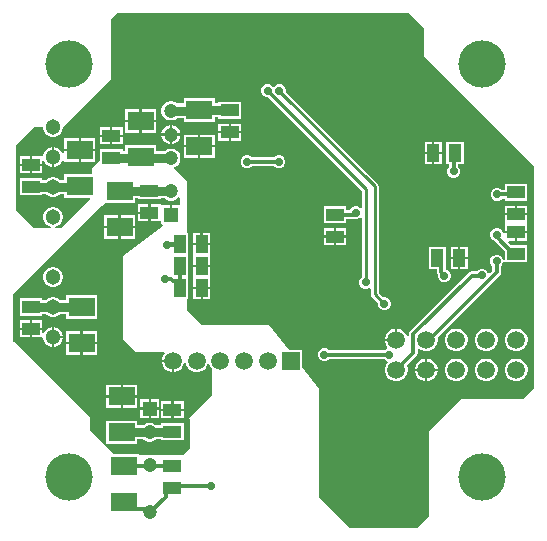
<source format=gbl>
G04*
G04 #@! TF.GenerationSoftware,Altium Limited,Altium Designer,23.11.1 (41)*
G04*
G04 Layer_Physical_Order=2*
G04 Layer_Color=16711680*
%FSLAX43Y43*%
%MOMM*%
G71*
G04*
G04 #@! TF.SameCoordinates,D39783C5-6E33-4812-9A3B-6E021FC33A11*
G04*
G04*
G04 #@! TF.FilePolarity,Positive*
G04*
G01*
G75*
%ADD12C,0.250*%
%ADD34R,1.050X1.500*%
%ADD35R,1.500X1.050*%
%ADD45C,0.350*%
%ADD46C,0.381*%
%ADD47C,0.800*%
%ADD48R,1.200X1.200*%
%ADD49C,1.200*%
%ADD50C,1.303*%
%ADD51C,1.500*%
%ADD52R,1.500X1.500*%
%ADD53C,4.000*%
%ADD54C,0.700*%
%ADD55R,2.250X1.600*%
G36*
X35075Y43025D02*
Y40625D01*
X44375Y31325D01*
X44375Y12575D01*
X43400Y11600D01*
X38150D01*
X35475Y8925D01*
Y1700D01*
X34450Y675D01*
X28750D01*
X26200Y3225D01*
Y12490D01*
X24750Y14317D01*
Y15792D01*
X23579D01*
X21925Y17875D01*
X16250D01*
X15025Y19025D01*
Y20050D01*
X15105D01*
Y21925D01*
Y23825D01*
X15100D01*
Y25700D01*
X15025D01*
Y25875D01*
Y29975D01*
X13875Y31125D01*
X13908Y31248D01*
X13934Y31255D01*
X14116Y31360D01*
X14265Y31509D01*
X14370Y31691D01*
X14425Y31895D01*
Y32105D01*
X14370Y32309D01*
X14265Y32491D01*
X14116Y32640D01*
X13934Y32745D01*
X13730Y32800D01*
X13520D01*
X13316Y32745D01*
X13134Y32640D01*
X13130Y32637D01*
X12375D01*
Y33075D01*
X9725D01*
Y32637D01*
X9525D01*
Y32775D01*
X7625D01*
Y31825D01*
X6950Y31150D01*
Y30625D01*
X4575D01*
Y30172D01*
X4237D01*
X4168Y30241D01*
X3974Y30353D01*
X3757Y30412D01*
X3533D01*
X3316Y30353D01*
X3122Y30241D01*
X3053Y30172D01*
X2725D01*
Y30300D01*
X825D01*
Y28850D01*
X2725D01*
Y28948D01*
X3053D01*
X3122Y28879D01*
X3316Y28767D01*
X3533Y28708D01*
X3757D01*
X3974Y28767D01*
X4168Y28879D01*
X4237Y28948D01*
X4575D01*
Y28625D01*
X6734D01*
X6783Y28508D01*
X4325Y26050D01*
X3806D01*
X3789Y26177D01*
X3974Y26227D01*
X4168Y26339D01*
X4326Y26497D01*
X4438Y26691D01*
X4497Y26908D01*
Y27132D01*
X4438Y27349D01*
X4326Y27543D01*
X4168Y27701D01*
X3974Y27813D01*
X3757Y27872D01*
X3533D01*
X3316Y27813D01*
X3122Y27701D01*
X2964Y27543D01*
X2852Y27349D01*
X2793Y27132D01*
Y26908D01*
X2852Y26691D01*
X2964Y26497D01*
X3122Y26339D01*
X3316Y26227D01*
X3501Y26177D01*
X3484Y26050D01*
X2000D01*
X500Y27550D01*
Y33125D01*
X2015Y34640D01*
X2793D01*
Y34528D01*
X2852Y34311D01*
X2964Y34117D01*
X3122Y33959D01*
X3316Y33847D01*
X3533Y33789D01*
X3757D01*
X3974Y33847D01*
X4168Y33959D01*
X4326Y34117D01*
X4438Y34311D01*
X4497Y34528D01*
Y34646D01*
X8575Y38725D01*
Y43775D01*
X9125Y44325D01*
X33775D01*
X35075Y43025D01*
D02*
G37*
G36*
X14350Y28614D02*
Y28000D01*
X13725D01*
Y27200D01*
X13525D01*
Y28000D01*
X12877D01*
X12825Y28000D01*
X12750Y28096D01*
Y28100D01*
X11900D01*
Y27375D01*
Y26650D01*
X12698D01*
X12750Y26650D01*
X12825Y26554D01*
Y26400D01*
X12895D01*
X12935Y26280D01*
X9575Y23750D01*
Y16725D01*
X10700Y15600D01*
X13049D01*
X13097Y15483D01*
X13040Y15425D01*
X12915Y15208D01*
X12850Y14967D01*
Y14942D01*
X13800D01*
Y14842D01*
X13900D01*
Y13892D01*
X13925D01*
X14167Y13956D01*
X14383Y14082D01*
X14560Y14258D01*
X14685Y14475D01*
X14734Y14658D01*
X14866D01*
X14915Y14475D01*
X15040Y14258D01*
X15217Y14082D01*
X15433Y13956D01*
X15675Y13892D01*
X15925D01*
X16167Y13956D01*
X16383Y14082D01*
X16560Y14258D01*
X16685Y14475D01*
X16703Y14541D01*
X16826Y14574D01*
X16911Y14489D01*
X16915Y14475D01*
X17040Y14258D01*
X17075Y14223D01*
Y11875D01*
X15175Y9975D01*
X15225Y9925D01*
Y7425D01*
X14650Y6850D01*
X10950D01*
Y6950D01*
X8750D01*
X6750Y8950D01*
Y10050D01*
X255Y16545D01*
Y20455D01*
X7762Y27962D01*
X8000Y28200D01*
X10600D01*
Y28588D01*
X10850D01*
Y28500D01*
X12750D01*
Y28588D01*
X13105D01*
X13134Y28560D01*
X13316Y28455D01*
X13520Y28400D01*
X13730D01*
X13934Y28455D01*
X14116Y28560D01*
X14260Y28704D01*
X14350Y28614D01*
D02*
G37*
%LPC*%
G36*
X22909Y38250D02*
X22691D01*
X22488Y38166D01*
X22383Y38061D01*
X22300Y38026D01*
X22217Y38061D01*
X22112Y38166D01*
X21909Y38250D01*
X21691D01*
X21488Y38166D01*
X21334Y38012D01*
X21250Y37809D01*
Y37591D01*
X21334Y37388D01*
X21488Y37234D01*
X21691Y37150D01*
X21881D01*
X29794Y29238D01*
Y27803D01*
X29667Y27750D01*
X29587Y27830D01*
X29384Y27914D01*
X29166D01*
X28963Y27830D01*
X28809Y27675D01*
X28770Y27582D01*
X28475D01*
Y27925D01*
X26575D01*
Y26475D01*
X28475D01*
Y26818D01*
X29016D01*
X29111Y26836D01*
X29166Y26814D01*
X29384D01*
X29587Y26898D01*
X29667Y26978D01*
X29794Y26925D01*
Y21921D01*
X29659Y21787D01*
X29575Y21584D01*
Y21366D01*
X29659Y21163D01*
X29813Y21009D01*
X30016Y20925D01*
X30234D01*
X30417Y21000D01*
X30544Y20950D01*
Y20455D01*
X30569Y20328D01*
X30641Y20221D01*
X31130Y19731D01*
Y19541D01*
X31214Y19338D01*
X31368Y19184D01*
X31571Y19100D01*
X31789D01*
X31992Y19184D01*
X32146Y19338D01*
X32230Y19541D01*
Y19759D01*
X32146Y19962D01*
X31992Y20116D01*
X31789Y20200D01*
X31599D01*
X31206Y20592D01*
Y29625D01*
X31181Y29752D01*
X31109Y29859D01*
X23350Y37619D01*
Y37809D01*
X23266Y38012D01*
X23112Y38166D01*
X22909Y38250D01*
D02*
G37*
G36*
X17350Y37050D02*
X14700D01*
Y36637D01*
X14120D01*
X14116Y36640D01*
X13934Y36745D01*
X13730Y36800D01*
X13520D01*
X13316Y36745D01*
X13134Y36640D01*
X12985Y36491D01*
X12880Y36309D01*
X12825Y36105D01*
Y35895D01*
X12880Y35691D01*
X12985Y35509D01*
X13134Y35360D01*
X13316Y35255D01*
X13520Y35200D01*
X13730D01*
X13934Y35255D01*
X14116Y35360D01*
X14170Y35413D01*
X14700D01*
Y35050D01*
X17350D01*
Y35448D01*
X17650D01*
Y35325D01*
X19550D01*
Y36775D01*
X17650D01*
Y36671D01*
X17350D01*
Y37050D01*
D02*
G37*
G36*
X12375Y36125D02*
X11150D01*
Y35225D01*
X12375D01*
Y36125D01*
D02*
G37*
G36*
X10950D02*
X9725D01*
Y35225D01*
X10950D01*
Y36125D01*
D02*
G37*
G36*
X19550Y34925D02*
X18700D01*
Y34300D01*
X19550D01*
Y34925D01*
D02*
G37*
G36*
X18500D02*
X17650D01*
Y34300D01*
X18500D01*
Y34925D01*
D02*
G37*
G36*
X12375Y35025D02*
X11150D01*
Y34125D01*
X12375D01*
Y35025D01*
D02*
G37*
G36*
X10950D02*
X9725D01*
Y34125D01*
X10950D01*
Y35025D01*
D02*
G37*
G36*
X13730Y34800D02*
X13725D01*
Y34100D01*
X14425D01*
Y34105D01*
X14370Y34309D01*
X14265Y34491D01*
X14116Y34640D01*
X13934Y34745D01*
X13730Y34800D01*
D02*
G37*
G36*
X13525D02*
X13520D01*
X13316Y34745D01*
X13134Y34640D01*
X12985Y34491D01*
X12880Y34309D01*
X12825Y34105D01*
Y34100D01*
X13525D01*
Y34800D01*
D02*
G37*
G36*
X9525Y34625D02*
X8675D01*
Y34000D01*
X9525D01*
Y34625D01*
D02*
G37*
G36*
X8475D02*
X7625D01*
Y34000D01*
X8475D01*
Y34625D01*
D02*
G37*
G36*
X19550Y34100D02*
X18700D01*
Y33475D01*
X19550D01*
Y34100D01*
D02*
G37*
G36*
X18500D02*
X17650D01*
Y33475D01*
X18500D01*
Y34100D01*
D02*
G37*
G36*
X14425Y33900D02*
X13725D01*
Y33200D01*
X13730D01*
X13934Y33255D01*
X14116Y33360D01*
X14265Y33509D01*
X14370Y33691D01*
X14425Y33895D01*
Y33900D01*
D02*
G37*
G36*
X13525D02*
X12825D01*
Y33895D01*
X12880Y33691D01*
X12985Y33509D01*
X13134Y33360D01*
X13316Y33255D01*
X13520Y33200D01*
X13525D01*
Y33900D01*
D02*
G37*
G36*
X9525Y33800D02*
X8675D01*
Y33175D01*
X9525D01*
Y33800D01*
D02*
G37*
G36*
X8475D02*
X7625D01*
Y33175D01*
X8475D01*
Y33800D01*
D02*
G37*
G36*
X17350Y34000D02*
X16125D01*
Y33100D01*
X17350D01*
Y34000D01*
D02*
G37*
G36*
X15925D02*
X14700D01*
Y33100D01*
X15925D01*
Y34000D01*
D02*
G37*
G36*
X7225Y33675D02*
X6000D01*
Y32775D01*
X7225D01*
Y33675D01*
D02*
G37*
G36*
X5800D02*
X4575D01*
Y32775D01*
X5800D01*
Y33675D01*
D02*
G37*
G36*
X36550Y33375D02*
X35925D01*
Y32525D01*
X36550D01*
Y33375D01*
D02*
G37*
G36*
X35725D02*
X35100D01*
Y32525D01*
X35725D01*
Y33375D01*
D02*
G37*
G36*
X22876Y32225D02*
X22657D01*
X22455Y32141D01*
X22371Y32057D01*
X20470D01*
X20387Y32141D01*
X20184Y32225D01*
X19966D01*
X19763Y32141D01*
X19609Y31987D01*
X19525Y31784D01*
Y31566D01*
X19609Y31363D01*
X19763Y31209D01*
X19966Y31125D01*
X20184D01*
X20387Y31209D01*
X20470Y31293D01*
X22371D01*
X22455Y31209D01*
X22657Y31125D01*
X22876D01*
X23078Y31209D01*
X23233Y31363D01*
X23316Y31566D01*
Y31784D01*
X23233Y31987D01*
X23078Y32141D01*
X22876Y32225D01*
D02*
G37*
G36*
X17350Y32900D02*
X16125D01*
Y32000D01*
X17350D01*
Y32900D01*
D02*
G37*
G36*
X15925D02*
X14700D01*
Y32000D01*
X15925D01*
Y32900D01*
D02*
G37*
G36*
X7225Y32575D02*
X6000D01*
Y31675D01*
X7225D01*
Y32575D01*
D02*
G37*
G36*
X3757Y32951D02*
X3745D01*
Y32100D01*
Y31249D01*
X3757D01*
X3974Y31307D01*
X4168Y31419D01*
X4326Y31577D01*
X4438Y31771D01*
X4448Y31807D01*
X4575Y31790D01*
Y31675D01*
X5800D01*
Y32575D01*
X4575D01*
Y32410D01*
X4448Y32393D01*
X4438Y32429D01*
X4326Y32623D01*
X4168Y32781D01*
X3974Y32893D01*
X3757Y32951D01*
D02*
G37*
G36*
X1675Y32150D02*
X825D01*
Y31525D01*
X1675D01*
Y32150D01*
D02*
G37*
G36*
X36550Y32325D02*
X35925D01*
Y31475D01*
X36550D01*
Y32325D01*
D02*
G37*
G36*
X35725D02*
X35100D01*
Y31475D01*
X35725D01*
Y32325D01*
D02*
G37*
G36*
X3545Y32951D02*
X3533D01*
X3316Y32893D01*
X3122Y32781D01*
X2964Y32623D01*
X2852Y32429D01*
X2802Y32245D01*
X2760Y32193D01*
X2683Y32150D01*
X2667D01*
X1875D01*
Y31525D01*
X2725D01*
Y31753D01*
X2852Y31771D01*
X2964Y31577D01*
X3122Y31419D01*
X3316Y31307D01*
X3533Y31249D01*
X3545D01*
Y32100D01*
Y32951D01*
D02*
G37*
G36*
X2725Y31325D02*
X1875D01*
Y30700D01*
X2725D01*
Y31325D01*
D02*
G37*
G36*
X1675D02*
X825D01*
Y30700D01*
X1675D01*
Y31325D01*
D02*
G37*
G36*
X38400Y33375D02*
X36950D01*
Y31475D01*
X37168D01*
Y31270D01*
X37084Y31187D01*
X37000Y30984D01*
Y30766D01*
X37084Y30563D01*
X37238Y30409D01*
X37441Y30325D01*
X37659D01*
X37862Y30409D01*
X38016Y30563D01*
X38100Y30766D01*
Y30984D01*
X38016Y31187D01*
X37932Y31270D01*
Y31475D01*
X38400D01*
Y33375D01*
D02*
G37*
G36*
X43800Y29825D02*
X41900D01*
Y29307D01*
X41630D01*
X41546Y29391D01*
X41344Y29475D01*
X41125D01*
X40923Y29391D01*
X40768Y29237D01*
X40684Y29034D01*
Y28816D01*
X40768Y28613D01*
X40923Y28459D01*
X41125Y28375D01*
X41344D01*
X41546Y28459D01*
X41630Y28543D01*
X41900D01*
Y28375D01*
X43800D01*
Y29825D01*
D02*
G37*
G36*
Y27975D02*
X42950D01*
Y27350D01*
X43800D01*
Y27975D01*
D02*
G37*
G36*
X42750D02*
X41900D01*
Y27350D01*
X42750D01*
Y27975D01*
D02*
G37*
G36*
X43800Y27150D02*
X42850D01*
X41900D01*
Y26602D01*
X41900Y26525D01*
X41900Y26398D01*
Y25850D01*
X42850D01*
X43800D01*
Y26398D01*
X43800Y26475D01*
X43800Y26602D01*
Y27150D01*
D02*
G37*
G36*
X28475Y26075D02*
X27625D01*
Y25450D01*
X28475D01*
Y26075D01*
D02*
G37*
G36*
X27425D02*
X26575D01*
Y25450D01*
X27425D01*
Y26075D01*
D02*
G37*
G36*
X43800Y25650D02*
X42950D01*
Y25025D01*
X43800D01*
Y25650D01*
D02*
G37*
G36*
X16950Y25700D02*
X16325D01*
Y24850D01*
X16950D01*
Y25700D01*
D02*
G37*
G36*
X16125D02*
X15500D01*
Y24850D01*
X16125D01*
Y25700D01*
D02*
G37*
G36*
X28475Y25250D02*
X27625D01*
Y24625D01*
X28475D01*
Y25250D01*
D02*
G37*
G36*
X27425D02*
X26575D01*
Y24625D01*
X27425D01*
Y25250D01*
D02*
G37*
G36*
X38750Y24500D02*
X38125D01*
Y23650D01*
X38750D01*
Y24500D01*
D02*
G37*
G36*
X37925D02*
X37300D01*
Y23650D01*
X37925D01*
Y24500D01*
D02*
G37*
G36*
X41334Y26075D02*
X41116D01*
X40913Y25991D01*
X40759Y25837D01*
X40675Y25634D01*
Y25416D01*
X40759Y25213D01*
X40913Y25059D01*
X40974Y25034D01*
X41022Y24963D01*
X41900Y24084D01*
Y23389D01*
X41775Y23384D01*
X41691Y23587D01*
X41537Y23741D01*
X41334Y23825D01*
X41116D01*
X40913Y23741D01*
X40759Y23587D01*
X40675Y23384D01*
Y23166D01*
X40759Y22963D01*
X40843Y22880D01*
Y22483D01*
X40610Y22250D01*
X40460Y22280D01*
X40416Y22387D01*
X40262Y22541D01*
X40059Y22625D01*
X39841D01*
X39638Y22541D01*
X39516Y22418D01*
X39075D01*
X38929Y22389D01*
X38805Y22306D01*
X33850Y17351D01*
X33767Y17227D01*
X33738Y17081D01*
Y16922D01*
X33611Y16906D01*
X33590Y16982D01*
X33465Y17198D01*
X33288Y17375D01*
X33072Y17500D01*
X32830Y17565D01*
X32805D01*
Y16615D01*
X32705D01*
Y16515D01*
X31755D01*
Y16490D01*
X31820Y16248D01*
X31945Y16032D01*
X31914Y15883D01*
X31792Y15833D01*
X31708Y15749D01*
X27003D01*
X26919Y15833D01*
X26717Y15917D01*
X26498D01*
X26296Y15833D01*
X26141Y15678D01*
X26058Y15476D01*
Y15257D01*
X26141Y15055D01*
X26296Y14900D01*
X26498Y14817D01*
X26717D01*
X26919Y14900D01*
X27003Y14984D01*
X31708D01*
X31792Y14900D01*
X31944Y14837D01*
X31986Y14699D01*
X31945Y14658D01*
X31820Y14442D01*
X31755Y14200D01*
Y13950D01*
X31820Y13708D01*
X31945Y13492D01*
X32122Y13315D01*
X32338Y13190D01*
X32580Y13125D01*
X32830D01*
X33072Y13190D01*
X33288Y13315D01*
X33465Y13492D01*
X33590Y13708D01*
X33655Y13950D01*
Y14200D01*
X33595Y14424D01*
X34390Y15220D01*
X34473Y15344D01*
X34502Y15490D01*
Y15848D01*
X34620Y15897D01*
X34662Y15855D01*
X34878Y15730D01*
X35120Y15665D01*
X35370D01*
X35612Y15730D01*
X35828Y15855D01*
X36005Y16032D01*
X36130Y16248D01*
X36195Y16490D01*
Y16740D01*
X36192Y16751D01*
X41495Y22054D01*
X41578Y22178D01*
X41607Y22325D01*
Y22880D01*
X41691Y22963D01*
X41775Y23166D01*
Y23170D01*
X41900Y23175D01*
X41902Y23175D01*
X43800D01*
Y24625D01*
X42441D01*
X42158Y24908D01*
X42207Y25025D01*
X42750D01*
Y25650D01*
X41900D01*
Y25639D01*
X41775Y25634D01*
X41691Y25837D01*
X41537Y25991D01*
X41334Y26075D01*
D02*
G37*
G36*
X16950Y24650D02*
X16225D01*
X15500D01*
Y23800D01*
X15505D01*
Y22975D01*
X16230D01*
X16955D01*
Y23825D01*
X16950D01*
Y24650D01*
D02*
G37*
G36*
X38750Y23450D02*
X38125D01*
Y22600D01*
X38750D01*
Y23450D01*
D02*
G37*
G36*
X37925D02*
X37300D01*
Y22600D01*
X37925D01*
Y23450D01*
D02*
G37*
G36*
X36900Y24500D02*
X35450D01*
Y22600D01*
X36143D01*
Y22356D01*
X36172Y22209D01*
X36206Y22159D01*
X36200Y22145D01*
Y21927D01*
X36284Y21724D01*
X36438Y21570D01*
X36641Y21486D01*
X36859D01*
X37062Y21570D01*
X37216Y21724D01*
X37300Y21927D01*
Y22145D01*
X37216Y22348D01*
X37062Y22502D01*
X36907Y22566D01*
Y23200D01*
X36900Y23237D01*
Y24500D01*
D02*
G37*
G36*
X16955Y22775D02*
X16230D01*
X15505D01*
Y21925D01*
Y21100D01*
X16230D01*
X16955D01*
Y21925D01*
Y22775D01*
D02*
G37*
G36*
Y20900D02*
X16330D01*
Y20050D01*
X16955D01*
Y20900D01*
D02*
G37*
G36*
X16130D02*
X15505D01*
Y20050D01*
X16130D01*
Y20900D01*
D02*
G37*
G36*
X32605Y17565D02*
X32580D01*
X32338Y17500D01*
X32122Y17375D01*
X31945Y17198D01*
X31820Y16982D01*
X31755Y16740D01*
Y16715D01*
X32605D01*
Y17565D01*
D02*
G37*
G36*
X42990D02*
X42740D01*
X42498Y17500D01*
X42282Y17375D01*
X42105Y17198D01*
X41980Y16982D01*
X41915Y16740D01*
Y16490D01*
X41980Y16248D01*
X42105Y16032D01*
X42282Y15855D01*
X42498Y15730D01*
X42740Y15665D01*
X42990D01*
X43232Y15730D01*
X43448Y15855D01*
X43625Y16032D01*
X43750Y16248D01*
X43815Y16490D01*
Y16740D01*
X43750Y16982D01*
X43625Y17198D01*
X43448Y17375D01*
X43232Y17500D01*
X42990Y17565D01*
D02*
G37*
G36*
X40450D02*
X40200D01*
X39958Y17500D01*
X39742Y17375D01*
X39565Y17198D01*
X39440Y16982D01*
X39375Y16740D01*
Y16490D01*
X39440Y16248D01*
X39565Y16032D01*
X39742Y15855D01*
X39958Y15730D01*
X40200Y15665D01*
X40450D01*
X40692Y15730D01*
X40908Y15855D01*
X41085Y16032D01*
X41210Y16248D01*
X41275Y16490D01*
Y16740D01*
X41210Y16982D01*
X41085Y17198D01*
X40908Y17375D01*
X40692Y17500D01*
X40450Y17565D01*
D02*
G37*
G36*
X37910D02*
X37660D01*
X37418Y17500D01*
X37202Y17375D01*
X37025Y17198D01*
X36900Y16982D01*
X36835Y16740D01*
Y16490D01*
X36900Y16248D01*
X37025Y16032D01*
X37202Y15855D01*
X37418Y15730D01*
X37660Y15665D01*
X37910D01*
X38152Y15730D01*
X38368Y15855D01*
X38545Y16032D01*
X38670Y16248D01*
X38735Y16490D01*
Y16740D01*
X38670Y16982D01*
X38545Y17198D01*
X38368Y17375D01*
X38152Y17500D01*
X37910Y17565D01*
D02*
G37*
G36*
X35370Y15025D02*
X35345D01*
Y14175D01*
X36195D01*
Y14200D01*
X36130Y14442D01*
X36005Y14658D01*
X35828Y14835D01*
X35612Y14960D01*
X35370Y15025D01*
D02*
G37*
G36*
X35145D02*
X35120D01*
X34878Y14960D01*
X34662Y14835D01*
X34485Y14658D01*
X34360Y14442D01*
X34295Y14200D01*
Y14175D01*
X35145D01*
Y15025D01*
D02*
G37*
G36*
X42990D02*
X42740D01*
X42498Y14960D01*
X42282Y14835D01*
X42105Y14658D01*
X41980Y14442D01*
X41915Y14200D01*
Y13950D01*
X41980Y13708D01*
X42105Y13492D01*
X42282Y13315D01*
X42498Y13190D01*
X42740Y13125D01*
X42990D01*
X43232Y13190D01*
X43448Y13315D01*
X43625Y13492D01*
X43750Y13708D01*
X43815Y13950D01*
Y14200D01*
X43750Y14442D01*
X43625Y14658D01*
X43448Y14835D01*
X43232Y14960D01*
X42990Y15025D01*
D02*
G37*
G36*
X40450D02*
X40200D01*
X39958Y14960D01*
X39742Y14835D01*
X39565Y14658D01*
X39440Y14442D01*
X39375Y14200D01*
Y13950D01*
X39440Y13708D01*
X39565Y13492D01*
X39742Y13315D01*
X39958Y13190D01*
X40200Y13125D01*
X40450D01*
X40692Y13190D01*
X40908Y13315D01*
X41085Y13492D01*
X41210Y13708D01*
X41275Y13950D01*
Y14200D01*
X41210Y14442D01*
X41085Y14658D01*
X40908Y14835D01*
X40692Y14960D01*
X40450Y15025D01*
D02*
G37*
G36*
X37910D02*
X37660D01*
X37418Y14960D01*
X37202Y14835D01*
X37025Y14658D01*
X36900Y14442D01*
X36835Y14200D01*
Y13950D01*
X36900Y13708D01*
X37025Y13492D01*
X37202Y13315D01*
X37418Y13190D01*
X37660Y13125D01*
X37910D01*
X38152Y13190D01*
X38368Y13315D01*
X38545Y13492D01*
X38670Y13708D01*
X38735Y13950D01*
Y14200D01*
X38670Y14442D01*
X38545Y14658D01*
X38368Y14835D01*
X38152Y14960D01*
X37910Y15025D01*
D02*
G37*
G36*
X36195Y13975D02*
X35345D01*
Y13125D01*
X35370D01*
X35612Y13190D01*
X35828Y13315D01*
X36005Y13492D01*
X36130Y13708D01*
X36195Y13950D01*
Y13975D01*
D02*
G37*
G36*
X35145D02*
X34295D01*
Y13950D01*
X34360Y13708D01*
X34485Y13492D01*
X34662Y13315D01*
X34878Y13190D01*
X35120Y13125D01*
X35145D01*
Y13975D01*
D02*
G37*
G36*
X11700Y28100D02*
X10850D01*
Y27475D01*
X11700D01*
Y28100D01*
D02*
G37*
G36*
Y27275D02*
X10850D01*
Y26650D01*
X11700D01*
Y27275D01*
D02*
G37*
G36*
X10600Y27150D02*
X9375D01*
Y26250D01*
X10600D01*
Y27150D01*
D02*
G37*
G36*
X9175D02*
X7950D01*
Y26250D01*
X9175D01*
Y27150D01*
D02*
G37*
G36*
X10600Y26050D02*
X9375D01*
Y25150D01*
X10600D01*
Y26050D01*
D02*
G37*
G36*
X9175D02*
X7950D01*
Y25150D01*
X9175D01*
Y26050D01*
D02*
G37*
G36*
X3757Y22792D02*
X3533D01*
X3316Y22733D01*
X3122Y22621D01*
X2964Y22463D01*
X2852Y22269D01*
X2793Y22052D01*
Y21828D01*
X2852Y21611D01*
X2964Y21417D01*
X3122Y21259D01*
X3316Y21147D01*
X3533Y21088D01*
X3757D01*
X3974Y21147D01*
X4168Y21259D01*
X4326Y21417D01*
X4438Y21611D01*
X4497Y21828D01*
Y22052D01*
X4438Y22269D01*
X4326Y22463D01*
X4168Y22621D01*
X3974Y22733D01*
X3757Y22792D01*
D02*
G37*
G36*
X7390Y20400D02*
X4740D01*
Y20012D01*
X4237D01*
X4168Y20081D01*
X3974Y20193D01*
X3757Y20251D01*
X3533D01*
X3316Y20193D01*
X3122Y20081D01*
X3053Y20012D01*
X2725D01*
Y20125D01*
X825D01*
Y18675D01*
X2725D01*
Y18788D01*
X3053D01*
X3122Y18719D01*
X3316Y18607D01*
X3533Y18549D01*
X3757D01*
X3974Y18607D01*
X4168Y18719D01*
X4237Y18788D01*
X4740D01*
Y18400D01*
X7390D01*
Y20400D01*
D02*
G37*
G36*
X2725Y18275D02*
X1875D01*
Y17650D01*
X2725D01*
Y18275D01*
D02*
G37*
G36*
X1675D02*
X825D01*
Y17650D01*
X1675D01*
Y18275D01*
D02*
G37*
G36*
X3545Y17712D02*
X3533D01*
X3316Y17653D01*
X3122Y17541D01*
X2964Y17383D01*
X2852Y17189D01*
X2725Y17207D01*
Y17450D01*
X1875D01*
Y16825D01*
X2701Y16825D01*
X2767Y16770D01*
X2799Y16729D01*
X2852Y16531D01*
X2964Y16337D01*
X3122Y16179D01*
X3316Y16067D01*
X3533Y16008D01*
X3545D01*
Y16860D01*
Y17712D01*
D02*
G37*
G36*
X3757D02*
X3745D01*
Y16960D01*
X4497D01*
Y16972D01*
X4438Y17189D01*
X4326Y17383D01*
X4168Y17541D01*
X3974Y17653D01*
X3757Y17712D01*
D02*
G37*
G36*
X1675Y17450D02*
X825D01*
Y16825D01*
X1675D01*
Y17450D01*
D02*
G37*
G36*
X7390Y17350D02*
X6165D01*
Y16450D01*
X7390D01*
Y17350D01*
D02*
G37*
G36*
X5964D02*
X4740D01*
Y16450D01*
X5964D01*
Y17350D01*
D02*
G37*
G36*
X4497Y16760D02*
X3745D01*
Y16008D01*
X3757D01*
X3974Y16067D01*
X4168Y16179D01*
X4326Y16337D01*
X4438Y16531D01*
X4497Y16748D01*
Y16760D01*
D02*
G37*
G36*
X7390Y16250D02*
X6165D01*
Y15350D01*
X7390D01*
Y16250D01*
D02*
G37*
G36*
X5964D02*
X4740D01*
Y15350D01*
X5964D01*
Y16250D01*
D02*
G37*
G36*
X13700Y14742D02*
X12850D01*
Y14717D01*
X12915Y14475D01*
X13040Y14258D01*
X13217Y14082D01*
X13433Y13956D01*
X13675Y13892D01*
X13700D01*
Y14742D01*
D02*
G37*
G36*
X10785Y12825D02*
X9561D01*
Y11925D01*
X10785D01*
Y12825D01*
D02*
G37*
G36*
X9361D02*
X8135D01*
Y11925D01*
X9361D01*
Y12825D01*
D02*
G37*
G36*
X12625Y11600D02*
X11925D01*
Y10900D01*
X12625D01*
Y11600D01*
D02*
G37*
G36*
X11725D02*
X11025D01*
Y10900D01*
X11725D01*
Y11600D01*
D02*
G37*
G36*
X10785Y11725D02*
X9561D01*
Y10825D01*
X10785D01*
Y11725D01*
D02*
G37*
G36*
X9361D02*
X8135D01*
Y10825D01*
X9361D01*
Y11725D01*
D02*
G37*
G36*
X14700Y11425D02*
X13850D01*
Y10800D01*
X14700D01*
Y11425D01*
D02*
G37*
G36*
X13650D02*
X12800D01*
Y10800D01*
X13650D01*
Y11425D01*
D02*
G37*
G36*
X12625Y10700D02*
X11925D01*
Y10000D01*
X12625D01*
Y10700D01*
D02*
G37*
G36*
X11725D02*
X11025D01*
Y10000D01*
X11725D01*
Y10700D01*
D02*
G37*
G36*
X14700Y10600D02*
X13850D01*
Y9975D01*
X14700D01*
Y10600D01*
D02*
G37*
G36*
X13650D02*
X12800D01*
Y9975D01*
X13650D01*
Y10600D01*
D02*
G37*
G36*
X10785Y9775D02*
X8135D01*
Y7775D01*
X10785D01*
Y8201D01*
X11293D01*
X11334Y8160D01*
X11516Y8055D01*
X11720Y8000D01*
X11930D01*
X12134Y8055D01*
X12316Y8160D01*
X12357Y8201D01*
X12800D01*
Y8125D01*
X14700D01*
Y9575D01*
X12800D01*
Y9424D01*
X12332D01*
X12316Y9440D01*
X12134Y9545D01*
X11930Y9600D01*
X11720D01*
X11516Y9545D01*
X11334Y9440D01*
X11318Y9424D01*
X10785D01*
Y9775D01*
D02*
G37*
%LPD*%
D12*
X22800Y37700D02*
X30875Y29625D01*
Y20455D02*
X31680Y19650D01*
X30875Y20455D02*
Y29625D01*
X30125Y21475D02*
Y29375D01*
X21800Y37700D02*
X30125Y29375D01*
D34*
X14380Y22875D02*
D03*
X16230D02*
D03*
X14380Y21000D02*
D03*
X16230D02*
D03*
X14375Y24750D02*
D03*
X16225D02*
D03*
X36175Y23550D02*
D03*
X38025D02*
D03*
X37675Y32425D02*
D03*
X35825D02*
D03*
D35*
X18600Y34200D02*
D03*
Y36050D02*
D03*
X11800Y29225D02*
D03*
Y27375D02*
D03*
X1775Y29575D02*
D03*
Y31425D02*
D03*
X27525Y25350D02*
D03*
Y27200D02*
D03*
X42850Y23900D02*
D03*
Y25750D02*
D03*
Y27250D02*
D03*
Y29100D02*
D03*
X13750Y4100D02*
D03*
Y5950D02*
D03*
X8575Y33900D02*
D03*
Y32050D02*
D03*
X13750Y10700D02*
D03*
Y8850D02*
D03*
X1775Y17550D02*
D03*
Y19400D02*
D03*
D45*
X26608Y15367D02*
X32104D01*
X37550Y30875D02*
Y32300D01*
X37675Y32425D01*
X20075Y31675D02*
X22766D01*
X33378Y18459D02*
X34289D01*
X34295Y18453D01*
X34120Y17081D02*
X39075Y22036D01*
X34120Y15490D02*
Y17081D01*
X14380Y21225D02*
Y22875D01*
Y21000D02*
Y21225D01*
X14030Y21575D02*
X14380Y21225D01*
X13805Y21575D02*
X14030D01*
X32705Y14075D02*
X34120Y15490D01*
X13647Y21733D02*
X13805Y21575D01*
X13177Y21733D02*
X13647D01*
X13110Y21800D02*
X13177Y21733D01*
X13875Y4225D02*
X16975D01*
X13750Y4100D02*
X13875Y4225D01*
X13175Y3750D02*
X13525Y4100D01*
X13750D01*
X11825Y2000D02*
X13175Y3350D01*
Y3750D01*
X11595Y2000D02*
X11825D01*
X9625Y2900D02*
X10250Y2275D01*
X11320D01*
X11595Y2000D01*
X9625Y5950D02*
X13750D01*
X41292Y25233D02*
X42625Y23900D01*
X41225Y25525D02*
X41292Y25458D01*
Y25233D02*
Y25458D01*
X36525Y22356D02*
X36750Y22131D01*
X36525Y22356D02*
Y23200D01*
X36750Y22036D02*
Y22131D01*
X36175Y23550D02*
X36525Y23200D01*
X42625Y23900D02*
X42850D01*
X41234Y28925D02*
X42675D01*
X42850Y29100D01*
X27525Y27200D02*
X29016D01*
X29180Y27364D01*
X29275D01*
X9625Y5950D02*
X9625Y5950D01*
X35245Y16615D02*
X35515D01*
X41225Y22325D01*
Y23275D01*
X39911Y22036D02*
X39950Y22075D01*
X39075Y22036D02*
X39911D01*
D46*
X13321Y24650D02*
X13421Y24750D01*
X14375D01*
D47*
X16034Y36059D02*
X18591D01*
X13650Y36025D02*
X16025D01*
Y36050D02*
X16034Y36059D01*
X18591D02*
X18600Y36050D01*
X13625Y36000D02*
X13650Y36025D01*
X9788Y8812D02*
X13712D01*
X9275Y29200D02*
X13625D01*
X9460Y8775D02*
X9750D01*
X9250D02*
X9460D01*
X9750D02*
X9788Y8812D01*
X8600Y32025D02*
X13600D01*
X13625Y32000D01*
X8575Y32050D02*
X8600Y32025D01*
X13625Y29200D02*
X13625Y29200D01*
X13712Y8812D02*
X13750Y8850D01*
X3645Y29560D02*
X6475D01*
X1500D02*
X3645D01*
Y19400D02*
X6300D01*
X1550D02*
X3645D01*
D48*
X13625Y27200D02*
D03*
X11825Y10800D02*
D03*
D49*
X13625Y29200D02*
D03*
Y32000D02*
D03*
Y36000D02*
D03*
Y34000D02*
D03*
X11825Y2000D02*
D03*
Y6000D02*
D03*
Y8800D02*
D03*
D50*
X3645Y16860D02*
D03*
Y19400D02*
D03*
Y21940D02*
D03*
Y27020D02*
D03*
Y29560D02*
D03*
Y32100D02*
D03*
Y34640D02*
D03*
D51*
X32705Y16615D02*
D03*
X35245D02*
D03*
X37785D02*
D03*
Y14075D02*
D03*
X35245D02*
D03*
X32705D02*
D03*
X40325Y16615D02*
D03*
X42865D02*
D03*
Y14075D02*
D03*
X40325D02*
D03*
X15800Y14842D02*
D03*
X13800D02*
D03*
X21800D02*
D03*
X19800D02*
D03*
X17800D02*
D03*
D52*
X23800D02*
D03*
D53*
X5000Y40000D02*
D03*
X40000D02*
D03*
Y5000D02*
D03*
X5000D02*
D03*
D54*
X32104Y15367D02*
D03*
X37550Y30875D02*
D03*
X20075Y31675D02*
D03*
X22271Y35734D02*
D03*
X22940Y29975D02*
D03*
X34295Y18453D02*
D03*
X38805D02*
D03*
X22766Y31675D02*
D03*
X26608Y15367D02*
D03*
X41225Y25525D02*
D03*
X36625Y30895D02*
D03*
X37650Y22036D02*
D03*
X36750D02*
D03*
X41234Y28925D02*
D03*
X41237Y26518D02*
D03*
X29340Y33210D02*
D03*
X30125Y21475D02*
D03*
X29275Y27364D02*
D03*
Y26464D02*
D03*
X13110Y21800D02*
D03*
X13321Y24650D02*
D03*
X23525Y17700D02*
D03*
X22800Y37700D02*
D03*
X21800D02*
D03*
X31680Y19650D02*
D03*
X17775Y23400D02*
D03*
X30254Y12243D02*
D03*
X39950Y22075D02*
D03*
X41225Y23275D02*
D03*
X31112Y36812D02*
D03*
X33175Y5200D02*
D03*
X10550Y39100D02*
D03*
X14800Y40150D02*
D03*
X16800D02*
D03*
X15800D02*
D03*
X22900D02*
D03*
X20800D02*
D03*
X18800D02*
D03*
X17800D02*
D03*
X19775D02*
D03*
X16975Y4225D02*
D03*
D55*
X16025Y36050D02*
D03*
Y33000D02*
D03*
X9275Y26150D02*
D03*
Y29200D02*
D03*
X9625Y2900D02*
D03*
Y5950D02*
D03*
X9460Y11825D02*
D03*
Y8775D02*
D03*
X5900Y32675D02*
D03*
Y29625D02*
D03*
X11050Y32075D02*
D03*
Y35125D02*
D03*
X6064Y19400D02*
D03*
Y16350D02*
D03*
M02*

</source>
